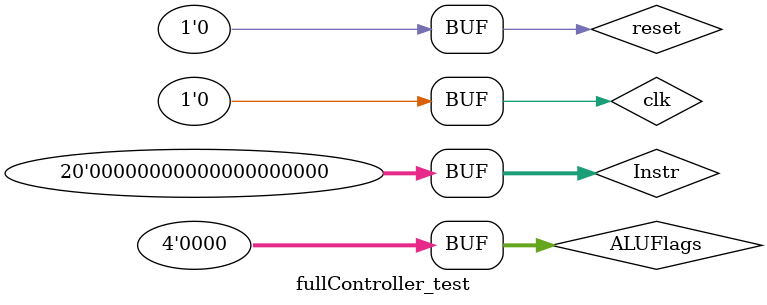
<source format=v>
`timescale 1ns / 1ps


module fullController_test;

	// Inputs
	reg clk;
	reg reset;
	reg [31:12] Instr;
	reg [3:0] ALUFlags;

	// Outputs
	wire [1:0] RegSrc;
	wire RegWrite;
	wire [1:0] ImmSrc;
	wire ALUSrc;
	wire [1:0] ALUControl;
	wire MemWrite;
	wire MemtoReg;
	wire PCSrc;

	// Instantiate the Unit Under Test (UUT)
	fullController uut (
		.clk(clk), 
		.reset(reset), 
		.Instr(Instr), 
		.ALUFlags(ALUFlags), 
		.RegSrc(RegSrc), 
		.RegWrite(RegWrite), 
		.ImmSrc(ImmSrc), 
		.ALUSrc(ALUSrc), 
		.ALUControl(ALUControl), 
		.MemWrite(MemWrite), 
		.MemtoReg(MemtoReg), 
		.PCSrc(PCSrc)
	);

	initial begin
		// Initialize Inputs
		clk = 0;
		reset = 0;
		Instr = 0;
		ALUFlags = 0;

		// Wait 100 ns for global reset to finish
		#100;
        
		// Add stimulus here

	end
      
endmodule


</source>
